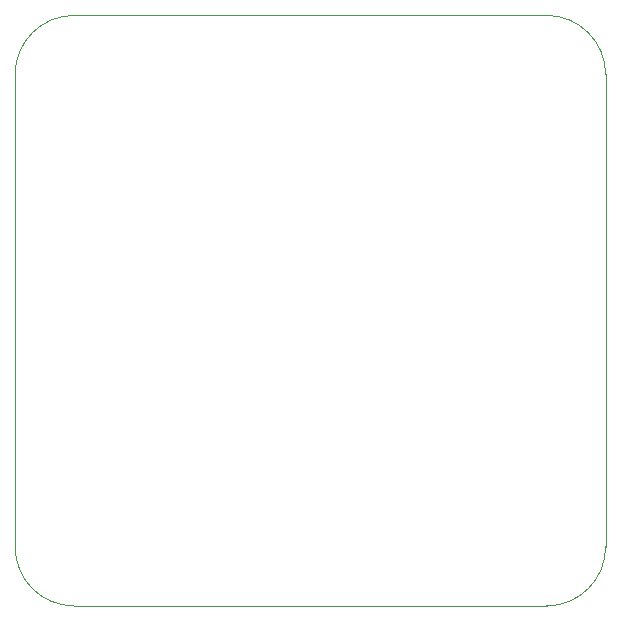
<source format=gbr>
%TF.GenerationSoftware,KiCad,Pcbnew,(5.1.9)-1*%
%TF.CreationDate,2021-04-27T12:28:50+01:00*%
%TF.ProjectId,LLC-003,4c4c432d-3030-4332-9e6b-696361645f70,1.0*%
%TF.SameCoordinates,Original*%
%TF.FileFunction,Profile,NP*%
%FSLAX46Y46*%
G04 Gerber Fmt 4.6, Leading zero omitted, Abs format (unit mm)*
G04 Created by KiCad (PCBNEW (5.1.9)-1) date 2021-04-27 12:28:50*
%MOMM*%
%LPD*%
G01*
G04 APERTURE LIST*
%TA.AperFunction,Profile*%
%ADD10C,0.050000*%
%TD*%
G04 APERTURE END LIST*
D10*
X160000000Y-65000000D02*
X120000000Y-65000000D01*
X165000000Y-110000000D02*
X165000000Y-70000000D01*
X120000000Y-115000000D02*
X160000000Y-115000000D01*
X115000000Y-70000000D02*
X115000000Y-110000000D01*
X115000000Y-70000000D02*
G75*
G02*
X120000000Y-65000000I5000000J0D01*
G01*
X160000000Y-65000000D02*
G75*
G02*
X165000000Y-70000000I0J-5000000D01*
G01*
X165000000Y-110000000D02*
G75*
G02*
X160000000Y-115000000I-5000000J0D01*
G01*
X120000000Y-115000000D02*
G75*
G02*
X115000000Y-110000000I0J5000000D01*
G01*
M02*

</source>
